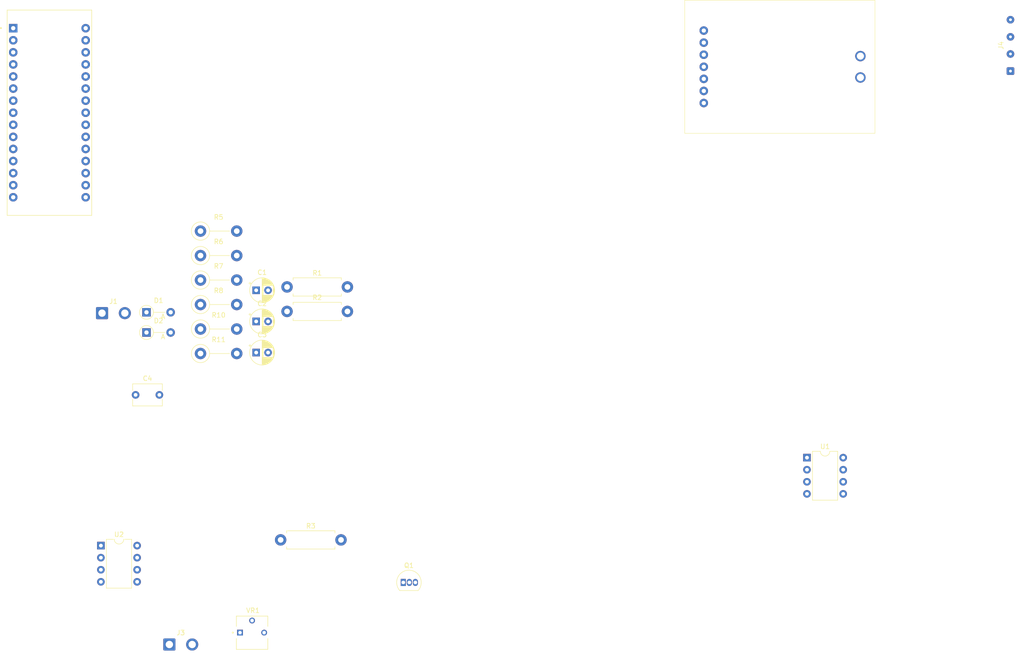
<source format=kicad_pcb>
(kicad_pcb (version 20240108) (generator "pcbnew") (generator_version "8.0")
  (layers (0 "F.Cu" signal) (31 "B.Cu" signal) (34 "B.Paste" user) (35 "F.Paste" user) (36 "B.SilkS" user "B.Silkscreen") (37 "F.SilkS" user "F.Silkscreen") (38 "B.Mask" user) (39 "F.Mask" user) (44 "Edge.Cuts" user))
  (net 0 "")
  (net 1 "Net-(C1-Pad1)")
  (net 2 "GND")
  (net 3 "arduino input")
  (net 4 "Net-(U1-DIS)")
  (net 5 "Net-(U1-CV)")
  (net 6 "Net-(D1-K)")
  (net 7 "Negative")
  (net 8 "Possitive")
  (net 9 "+5v")
  (net 10 "High")
  (net 11 "Low")
  (net 12 "Net-(Q1-B)")
  (net 13 "Comparator input")
  (net 14 "555 output")
  (net 15 "Net-(R6-Pad1)")
  (net 16 "Net-(R7-Pad2)")
  (net 17 "555 input")
  (net 21 "Net-(U2--)")
  (net 23 "SO")
  (net 27 "+3V")
  (net 28 "SI")
  (net 34 "SDA")
  (net 38 "SCL")
  (net 42 "SCK")
  (net 46 "+5V")
  (net 50 "CS")
  (footprint "Capacitor_THT:CP_Radial_D5.0mm_P2.50mm" (layer "F.Cu") (at 102.859775 87)
    (property "Reference" "C1" (at 1.25 -3.75 0) (layer "F.SilkS"))
    (property "Value" "10microferret")
    (pad "1" thru_hole rect (at 0 0) (size 1.6 1.6) (drill 0.8) (layers "*.Cu" "*.Mask") (net 1 "Net-(C1-Pad1)"))
    (pad "2" thru_hole circle (at 2.5 0) (size 1.6 1.6) (drill 0.8) (layers "*.Cu" "*.Mask") (net 2 "GND"))
  )
  (footprint "0_nano:SHIELD_ARDUINO_NANO" (layer "F.Cu") (at 59.38 49.66)
    (property "Reference" "UNIT_1" (hide yes))
    (property "Value" "ARDUINO_NANO" (hide yes))
    (pad "1" thru_hole rect (at -7.62 -17.78) (size 1.8 1.8) (drill 0.9) (layers "*.Cu" "*.Mask"))
    (pad "2" thru_hole circle (at -7.62 -15.24) (size 1.8 1.8) (drill 0.9) (layers "*.Cu" "*.Mask") (net 3 "arduino input"))
    (pad "3" thru_hole circle (at -7.62 -12.7) (size 1.8 1.8) (drill 0.9) (layers "*.Cu" "*.Mask"))
    (pad "4" thru_hole circle (at -7.62 -10.16) (size 1.8 1.8) (drill 0.9) (layers "*.Cu" "*.Mask") (net 2 "GND"))
    (pad "5" thru_hole circle (at -7.62 -7.62) (size 1.8 1.8) (drill 0.9) (layers "*.Cu" "*.Mask"))
    (pad "6" thru_hole circle (at -7.62 -5.08) (size 1.8 1.8) (drill 0.9) (layers "*.Cu" "*.Mask"))
    (pad "7" thru_hole circle (at -7.62 -2.54) (size 1.8 1.8) (drill 0.9) (layers "*.Cu" "*.Mask"))
    (pad "8" thru_hole circle (at -7.62 0) (size 1.8 1.8) (drill 0.9) (layers "*.Cu" "*.Mask"))
    (pad "9" thru_hole circle (at -7.62 2.54) (size 1.8 1.8) (drill 0.9) (layers "*.Cu" "*.Mask"))
    (pad "10" thru_hole circle (at -7.62 5.08) (size 1.8 1.8) (drill 0.9) (layers "*.Cu" "*.Mask"))
    (pad "11" thru_hole circle (at -7.62 7.62) (size 1.8 1.8) (drill 0.9) (layers "*.Cu" "*.Mask"))
    (pad "12" thru_hole circle (at -7.62 10.16) (size 1.8 1.8) (drill 0.9) (layers "*.Cu" "*.Mask"))
    (pad "13" thru_hole circle (at -7.62 12.7) (size 1.8 1.8) (drill 0.9) (layers "*.Cu" "*.Mask"))
    (pad "14" thru_hole circle (at -7.62 15.24) (size 1.8 1.8) (drill 0.9) (layers "*.Cu" "*.Mask") (net 28 "SI"))
    (pad "15" thru_hole circle (at -7.62 17.78) (size 1.8 1.8) (drill 0.9) (layers "*.Cu" "*.Mask") (net 23 "SO"))
    (pad "16" thru_hole circle (at 7.62 17.78) (size 1.8 1.8) (drill 0.9) (layers "*.Cu" "*.Mask") (net 42 "SCK"))
    (pad "17" thru_hole circle (at 7.62 15.24) (size 1.8 1.8) (drill 0.9) (layers "*.Cu" "*.Mask") (net 27 "+3V"))
    (pad "18" thru_hole circle (at 7.62 12.7) (size 1.8 1.8) (drill 0.9) (layers "*.Cu" "*.Mask"))
    (pad "19" thru_hole circle (at 7.62 10.16) (size 1.8 1.8) (drill 0.9) (layers "*.Cu" "*.Mask"))
    (pad "20" thru_hole circle (at 7.62 7.62) (size 1.8 1.8) (drill 0.9) (layers "*.Cu" "*.Mask"))
    (pad "21" thru_hole circle (at 7.62 5.08) (size 1.8 1.8) (drill 0.9) (layers "*.Cu" "*.Mask"))
    (pad "22" thru_hole circle (at 7.62 2.54) (size 1.8 1.8) (drill 0.9) (layers "*.Cu" "*.Mask"))
    (pad "23" thru_hole circle (at 7.62 0) (size 1.8 1.8) (drill 0.9) (layers "*.Cu" "*.Mask") (net 34 "SDA"))
    (pad "24" thru_hole circle (at 7.62 -2.54) (size 1.8 1.8) (drill 0.9) (layers "*.Cu" "*.Mask") (net 38 "SCL"))
    (pad "25" thru_hole circle (at 7.62 -5.08) (size 1.8 1.8) (drill 0.9) (layers "*.Cu" "*.Mask"))
    (pad "26" thru_hole circle (at 7.62 -7.62) (size 1.8 1.8) (drill 0.9) (layers "*.Cu" "*.Mask"))
    (pad "27" thru_hole circle (at 7.62 -10.16) (size 1.8 1.8) (drill 0.9) (layers "*.Cu" "*.Mask") (net 46 "+5V"))
    (pad "28" thru_hole circle (at 7.62 -12.7) (size 1.8 1.8) (drill 0.9) (layers "*.Cu" "*.Mask"))
    (pad "29" thru_hole circle (at 7.62 -15.24) (size 1.8 1.8) (drill 0.9) (layers "*.Cu" "*.Mask") (net 2 "GND"))
    (pad "30" thru_hole circle (at 7.62 -17.78) (size 1.8 1.8) (drill 0.9) (layers "*.Cu" "*.Mask"))
  )
  (footprint "Resistor_THT:R_Axial_DIN0411_L9.9mm_D3.6mm_P7.62mm_Vertical" (layer "F.Cu") (at 91.15 79.7)
    (property "Reference" "R6" (at 3.81 -2.92 0) (layer "F.SilkS"))
    (property "Value" "430")
    (pad "1" thru_hole circle (at 0 0) (size 2.4 2.4) (drill 1.2) (layers "*.Cu" "*.Mask") (net 15 "Net-(R6-Pad1)"))
    (pad "2" thru_hole oval (at 7.62 0) (size 2.4 2.4) (drill 1.2) (layers "*.Cu" "*.Mask") (net 9 "+5v"))
  )
  (footprint "Package_TO_SOT_THT:TO-92L_Inline" (layer "F.Cu") (at 133.8 148.45)
    (property "Reference" "Q1" (at 1.19 -3.56 0) (layer "F.SilkS"))
    (property "Value" "NPN")
    (pad "1" thru_hole rect (at 0 0) (size 1.05 1.5) (drill 0.75) (layers "*.Cu" "*.Mask") (net 13 "Comparator input"))
    (pad "2" thru_hole oval (at 1.27 0) (size 1.05 1.5) (drill 0.75) (layers "*.Cu" "*.Mask") (net 12 "Net-(Q1-B)"))
    (pad "3" thru_hole oval (at 2.54 0) (size 1.05 1.5) (drill 0.75) (layers "*.Cu" "*.Mask") (net 2 "GND"))
  )
  (footprint "Capacitor_THT:CP_Radial_D5.0mm_P2.50mm" (layer "F.Cu") (at 102.859775 100.1)
    (property "Reference" "C3" (at 1.25 -3.75 0) (layer "F.SilkS"))
    (property "Value" "10microferret")
    (pad "1" thru_hole rect (at 0 0) (size 1.6 1.6) (drill 0.8) (layers "*.Cu" "*.Mask") (net 2 "GND"))
    (pad "2" thru_hole circle (at 2.5 0) (size 1.6 1.6) (drill 0.8) (layers "*.Cu" "*.Mask") (net 4 "Net-(U1-DIS)"))
  )
  (footprint "Resistor_THT:R_Axial_DIN0411_L9.9mm_D3.6mm_P7.62mm_Vertical" (layer "F.Cu") (at 91.15 100.3)
    (property "Reference" "R11" (at 3.81 -2.92 0) (layer "F.SilkS"))
    (property "Value" "10k")
    (pad "1" thru_hole circle (at 0 0) (size 2.4 2.4) (drill 1.2) (layers "*.Cu" "*.Mask") (net 1 "Net-(C1-Pad1)"))
    (pad "2" thru_hole oval (at 7.62 0) (size 2.4 2.4) (drill 1.2) (layers "*.Cu" "*.Mask") (net 3 "arduino input"))
  )
  (footprint "Connector_Wire:SolderWire-0.1sqmm_1x04_P3.6mm_D0.4mm_OD1mm" (layer "F.Cu") (at 261.5 40.9 90)
    (property "Reference" "J4" (at 5.4 -2 90) (layer "F.SilkS"))
    (property "Value" "CAN to outer connector")
    (pad "1" thru_hole roundrect (at 0 0 90) (size 1.6 1.6) (drill 0.6) (layers "*.Cu" "*.Mask") (roundrect_rratio 0.15625) (net 11 "Low"))
    (pad "2" thru_hole circle (at 3.6 0 90) (size 1.6 1.6) (drill 0.6) (layers "*.Cu" "*.Mask") (net 10 "High"))
    (pad "3" thru_hole circle (at 7.2 0 90) (size 1.6 1.6) (drill 0.6) (layers "*.Cu" "*.Mask") (net 11 "Low"))
    (pad "4" thru_hole circle (at 10.8 0 90) (size 1.6 1.6) (drill 0.6) (layers "*.Cu" "*.Mask") (net 10 "High"))
  )
  (footprint "Package_DIP:DIP-8_W7.62mm" (layer "F.Cu") (at 70.2 140.7)
    (property "Reference" "U2" (at 3.81 -2.33 0) (layer "F.SilkS"))
    (property "Value" "TL071")
    (pad "1" thru_hole rect (at 0 0) (size 1.6 1.6) (drill 0.8) (layers "*.Cu" "*.Mask"))
    (pad "2" thru_hole oval (at 0 2.54) (size 1.6 1.6) (drill 0.8) (layers "*.Cu" "*.Mask") (net 21 "Net-(U2--)"))
    (pad "3" thru_hole oval (at 0 5.08) (size 1.6 1.6) (drill 0.8) (layers "*.Cu" "*.Mask") (net 13 "Comparator input"))
    (pad "4" thru_hole oval (at 0 7.62) (size 1.6 1.6) (drill 0.8) (layers "*.Cu" "*.Mask") (net 2 "GND"))
    (pad "5" thru_hole oval (at 7.62 7.62) (size 1.6 1.6) (drill 0.8) (layers "*.Cu" "*.Mask"))
    (pad "6" thru_hole oval (at 7.62 5.08) (size 1.6 1.6) (drill 0.8) (layers "*.Cu" "*.Mask") (net 17 "555 input"))
    (pad "7" thru_hole oval (at 7.62 2.54) (size 1.6 1.6) (drill 0.8) (layers "*.Cu" "*.Mask") (net 9 "+5v"))
    (pad "8" thru_hole oval (at 7.62 0) (size 1.6 1.6) (drill 0.8) (layers "*.Cu" "*.Mask"))
  )
  (footprint "Resistor_THT:R_Axial_DIN0411_L9.9mm_D3.6mm_P7.62mm_Vertical" (layer "F.Cu") (at 91.15 95.15)
    (property "Reference" "R10" (at 3.81 -2.92 0) (layer "F.SilkS"))
    (property "Value" "10k")
    (pad "1" thru_hole circle (at 0 0) (size 2.4 2.4) (drill 1.2) (layers "*.Cu" "*.Mask") (net 17 "555 input"))
    (pad "2" thru_hole oval (at 7.62 0) (size 2.4 2.4) (drill 1.2) (layers "*.Cu" "*.Mask") (net 2 "GND"))
  )
  (footprint "Resistor_THT:R_Axial_DIN0411_L9.9mm_D3.6mm_P12.70mm_Horizontal" (layer "F.Cu") (at 109.35 86.3)
    (property "Reference" "R1" (at 6.35 -2.92 0) (layer "F.SilkS"))
    (property "Value" "10")
    (pad "1" thru_hole circle (at 0 0) (size 2.4 2.4) (drill 1.2) (layers "*.Cu" "*.Mask") (net 8 "Possitive"))
    (pad "2" thru_hole oval (at 12.7 0) (size 2.4 2.4) (drill 1.2) (layers "*.Cu" "*.Mask") (net 6 "Net-(D1-K)"))
  )
  (footprint "0_custom:TRIM_3362P-1-103" (layer "F.Cu") (at 102 159)
    (property "Reference" "VR1" (at 0.17547 -4.64779 0) (layer "F.SilkS") (effects (font (size 1.002756 1.002756))))
    (property "Value" "3362P-1-103")
    (pad "1" thru_hole rect (at -2.54 0) (size 1.222 1.222) (drill 0.714) (layers "*.Cu" "*.Mask") (net 9 "+5v"))
    (pad "2" thru_hole circle (at 0 -2.54) (size 1.222 1.222) (drill 0.714) (layers "*.Cu" "*.Mask") (net 2 "GND"))
    (pad "3" thru_hole circle (at 2.54 0) (size 1.222 1.222) (drill 0.714) (layers "*.Cu" "*.Mask") (net 21 "Net-(U2--)"))
  )
  (footprint "Resistor_THT:R_Axial_DIN0411_L9.9mm_D3.6mm_P7.62mm_Vertical" (layer "F.Cu") (at 91.15 84.85)
    (property "Reference" "R7" (at 3.81 -2.92 0) (layer "F.SilkS"))
    (property "Value" "2k")
    (pad "1" thru_hole circle (at 0 0) (size 2.4 2.4) (drill 1.2) (layers "*.Cu" "*.Mask") (net 4 "Net-(U1-DIS)"))
    (pad "2" thru_hole oval (at 7.62 0) (size 2.4 2.4) (drill 1.2) (layers "*.Cu" "*.Mask") (net 16 "Net-(R7-Pad2)"))
  )
  (footprint "Diode_THT:D_A-405_P5.08mm_Vertical_AnodeUp" (layer "F.Cu") (at 79.79 95.88)
    (property "Reference" "D2" (at 2.54 -2.47 0) (layer "F.SilkS"))
    (property "Value" "D")
    (fp_text user "A" (at 3.48 0.9 0) (layer "F.SilkS"))
    (pad "1" thru_hole rect (at 0 0) (size 1.8 1.8) (drill 0.9) (layers "*.Cu" "*.Mask") (net 6 "Net-(D1-K)"))
    (pad "2" thru_hole oval (at 5.08 0) (size 1.8 1.8) (drill 0.9) (layers "*.Cu" "*.Mask") (net 2 "GND"))
  )
  (footprint "Resistor_THT:R_Axial_DIN0411_L9.9mm_D3.6mm_P12.70mm_Horizontal" (layer "F.Cu") (at 109.35 91.45)
    (property "Reference" "R2" (at 6.35 -2.92 0) (layer "F.SilkS"))
    (property "Value" "470")
    (pad "1" thru_hole circle (at 0 0) (size 2.4 2.4) (drill 1.2) (layers "*.Cu" "*.Mask") (net 6 "Net-(D1-K)"))
    (pad "2" thru_hole oval (at 12.7 0) (size 2.4 2.4) (drill 1.2) (layers "*.Cu" "*.Mask") (net 12 "Net-(Q1-B)"))
  )
  (footprint "Resistor_THT:R_Axial_DIN0411_L9.9mm_D3.6mm_P12.70mm_Horizontal" (layer "F.Cu") (at 108 139.5)
    (property "Reference" "R3" (at 6.35 -2.92 0) (layer "F.SilkS"))
    (property "Value" "1k")
    (pad "1" thru_hole circle (at 0 0) (size 2.4 2.4) (drill 1.2) (layers "*.Cu" "*.Mask") (net 9 "+5v"))
    (pad "2" thru_hole oval (at 12.7 0) (size 2.4 2.4) (drill 1.2) (layers "*.Cu" "*.Mask") (net 13 "Comparator input"))
  )
  (footprint "Package_DIP:DIP-8_W7.62mm" (layer "F.Cu") (at 218.7 122.2)
    (property "Reference" "U1" (at 3.81 -2.33 0) (layer "F.SilkS"))
    (property "Value" "NE555P")
    (pad "1" thru_hole rect (at 0 0) (size 1.6 1.6) (drill 0.8) (layers "*.Cu" "*.Mask") (net 2 "GND"))
    (pad "2" thru_hole oval (at 0 2.54) (size 1.6 1.6) (drill 0.8) (layers "*.Cu" "*.Mask") (net 17 "555 input"))
    (pad "3" thru_hole oval (at 0 5.08) (size 1.6 1.6) (drill 0.8) (layers "*.Cu" "*.Mask") (net 14 "555 output"))
    (pad "4" thru_hole oval (at 0 7.62) (size 1.6 1.6) (drill 0.8) (layers "*.Cu" "*.Mask") (net 9 "+5v"))
    (pad "5" thru_hole oval (at 7.62 7.62) (size 1.6 1.6) (drill 0.8) (layers "*.Cu" "*.Mask") (net 5 "Net-(U1-CV)"))
    (pad "6" thru_hole oval (at 7.62 5.08) (size 1.6 1.6) (drill 0.8) (layers "*.Cu" "*.Mask") (net 4 "Net-(U1-DIS)"))
    (pad "7" thru_hole oval (at 7.62 2.54) (size 1.6 1.6) (drill 0.8) (layers "*.Cu" "*.Mask") (net 4 "Net-(U1-DIS)"))
    (pad "8" thru_hole oval (at 7.62 0) (size 1.6 1.6) (drill 0.8) (layers "*.Cu" "*.Mask") (net 9 "+5v"))
  )
  (footprint "Connector_Wire:SolderWire-0.75sqmm_1x02_P4.8mm_D1.25mm_OD2.3mm" (layer "F.Cu") (at 84.6 161.5)
    (property "Reference" "J3" (at 2.4 -2.47 0) (layer "F.SilkS"))
    (property "Value" "Conn_01x02")
    (pad "1" thru_hole roundrect (at 0 0) (size 2.55 2.55) (drill 1.55) (layers "*.Cu" "*.Mask") (roundrect_rratio 0.098039) (net 9 "+5v"))
    (pad "2" thru_hole circle (at 4.8 0) (size 2.55 2.55) (drill 1.55) (layers "*.Cu" "*.Mask") (net 2 "GND"))
  )
  (footprint "Connector_Wire:SolderWire-0.75sqmm_1x02_P4.8mm_D1.25mm_OD2.3mm" (layer "F.Cu") (at 70.44 91.81)
    (property "Reference" "J1" (at 2.4 -2.47 0) (layer "F.SilkS"))
    (property "Value" "Conn_01x02")
    (pad "1" thru_hole roundrect (at 0 0) (size 2.55 2.55) (drill 1.55) (layers "*.Cu" "*.Mask") (roundrect_rratio 0.098039) (net 7 "Negative"))
    (pad "2" thru_hole circle (at 4.8 0) (size 2.55 2.55) (drill 1.55) (layers "*.Cu" "*.Mask") (net 8 "Possitive"))
  )
  (footprint "Capacitor_THT:C_Disc_D6.0mm_W4.4mm_P5.00mm" (layer "F.Cu") (at 77.5 109)
    (property "Reference" "C4" (at 2.5 -3.45 0) (layer "F.SilkS"))
    (property "Value" "C")
    (pad "1" thru_hole circle (at 0 0) (size 1.6 1.6) (drill 0.8) (layers "*.Cu" "*.Mask") (net 5 "Net-(U1-CV)"))
    (pad "2" thru_hole circle (at 5 0) (size 1.6 1.6) (drill 0.8) (layers "*.Cu" "*.Mask") (net 2 "GND"))
  )
  (footprint "Capacitor_THT:CP_Radial_D5.0mm_P2.50mm" (layer "F.Cu") (at 102.859775 93.55)
    (property "Reference" "C2" (at 1.25 -3.75 0) (layer "F.SilkS"))
    (property "Value" "10microferret")
    (pad "1" thru_hole rect (at 0 0) (size 1.6 1.6) (drill 0.8) (layers "*.Cu" "*.Mask") (net 3 "arduino input"))
    (pad "2" thru_hole circle (at 2.5 0) (size 1.6 1.6) (drill 0.8) (layers "*.Cu" "*.Mask") (net 2 "GND"))
  )
  (footprint "0_Baja_Final:HiLetgo CAN Bus (Facing Up)" (layer "F.Cu") (at 206.95 42.4)
    (property "Reference" "UNIT_2" (hide yes))
    (property "Value" "HiLetgo CAN Bus" (hide yes))
    (pad "1" thru_hole circle (at -9.95 5.22 180) (size 1.8 1.8) (drill 0.9) (layers "*.Cu" "*.Mask"))
    (pad "2" thru_hole circle (at -9.95 2.68 180) (size 1.8 1.8) (drill 0.9) (layers "*.Cu" "*.Mask") (net 42 "SCK"))
    (pad "3" thru_hole circle (at -9.95 0.14 180) (size 1.8 1.8) (drill 0.9) (layers "*.Cu" "*.Mask") (net 28 "SI"))
    (pad "4" thru_hole circle (at -9.95 -2.4 180) (size 1.8 1.8) (drill 0.9) (layers "*.Cu" "*.Mask") (net 23 "SO"))
    (pad "5" thru_hole circle (at -9.95 -4.94 180) (size 1.8 1.8) (drill 0.9) (layers "*.Cu" "*.Mask") (net 50 "CS"))
    (pad "6" thru_hole circle (at -9.95 -7.48 180) (size 1.8 1.8) (drill 0.9) (layers "*.Cu" "*.Mask") (net 2 "GND"))
    (pad "7" thru_hole circle (at -9.95 -10.02 180) (size 1.8 1.8) (drill 0.9) (layers "*.Cu" "*.Mask") (net 46 "+5V"))
    (pad "8" thru_hole circle (at 22.99 -4.65 180) (size 2.2 2.2) (drill 1.5) (layers "*.Cu" "*.Mask") (net 10 "High"))
    (pad "9" thru_hole circle (at 22.99 -0.15 180) (size 2.2 2.2) (drill 1.5) (layers "*.Cu" "*.Mask") (net 11 "Low"))
  )
  (footprint "Resistor_THT:R_Axial_DIN0411_L9.9mm_D3.6mm_P7.62mm_Vertical" (layer "F.Cu") (at 91.15 74.55)
    (property "Reference" "R5" (at 3.81 -2.92 0) (layer "F.SilkS"))
    (property "Value" "10k")
    (pad "1" thru_hole circle (at 0 0) (size 2.4 2.4) (drill 1.2) (layers "*.Cu" "*.Mask") (net 14 "555 output"))
    (pad "2" thru_hole oval (at 7.62 0) (size 2.4 2.4) (drill 1.2) (layers "*.Cu" "*.Mask") (net 1 "Net-(C1-Pad1)"))
  )
  (footprint "Resistor_THT:R_Axial_DIN0411_L9.9mm_D3.6mm_P7.62mm_Vertical" (layer "F.Cu") (at 91.15 90)
    (property "Reference" "R8" (at 3.81 -2.92 0) (layer "F.SilkS"))
    (property "Value" "430")
    (pad "1" thru_hole circle (at 0 0) (size 2.4 2.4) (drill 1.2) (layers "*.Cu" "*.Mask") (net 16 "Net-(R7-Pad2)"))
    (pad "2" thru_hole oval (at 7.62 0) (size 2.4 2.4) (drill 1.2) (layers "*.Cu" "*.Mask") (net 15 "Net-(R6-Pad1)"))
  )
  (footprint "Diode_THT:D_A-405_P5.08mm_Vertical_AnodeUp" (layer "F.Cu") (at 79.79 91.63)
    (property "Reference" "D1" (at 2.54 -2.47 0) (layer "F.SilkS"))
    (property "Value" "D_Zener")
    (fp_text user "A" (at 3.48 0.9 0) (layer "F.SilkS"))
    (pad "1" thru_hole rect (at 0 0) (size 1.8 1.8) (drill 0.9) (layers "*.Cu" "*.Mask") (net 6 "Net-(D1-K)"))
    (pad "2" thru_hole oval (at 5.08 0) (size 1.8 1.8) (drill 0.9) (layers "*.Cu" "*.Mask") (net 2 "GND"))
  )
)
</source>
